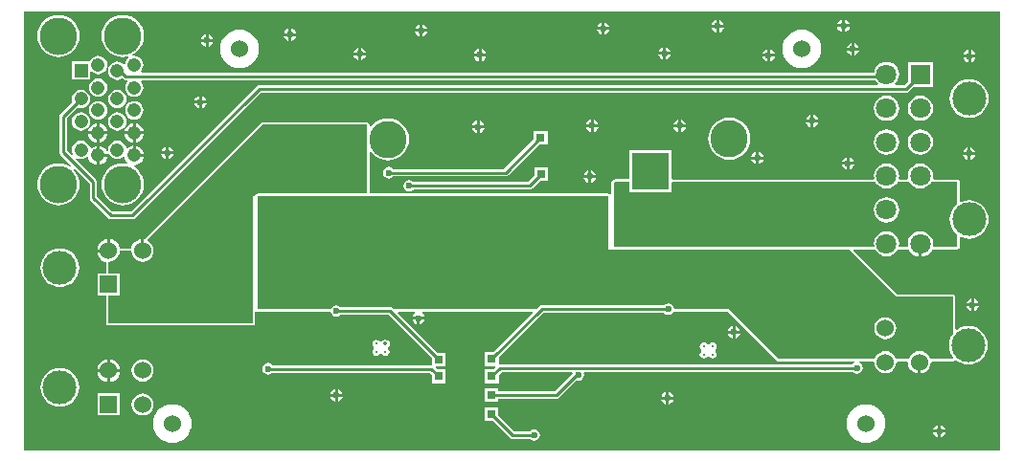
<source format=gtl>
G04*
G04 #@! TF.GenerationSoftware,Altium Limited,Altium Designer,20.1.14 (287)*
G04*
G04 Layer_Physical_Order=1*
G04 Layer_Color=255*
%FSLAX25Y25*%
%MOIN*%
G70*
G04*
G04 #@! TF.SameCoordinates,F3919BB7-7B28-4886-AACB-0E40FDAB0E15*
G04*
G04*
G04 #@! TF.FilePolarity,Positive*
G04*
G01*
G75*
%ADD14C,0.01000*%
%ADD18C,0.01181*%
%ADD19O,0.01575X0.01181*%
%ADD30R,0.03150X0.03150*%
%ADD31C,0.13000*%
%ADD32R,0.13000X0.13000*%
%ADD33C,0.06024*%
%ADD34C,0.04756*%
%ADD35C,0.07087*%
%ADD36R,0.06024X0.06024*%
%ADD37R,0.07087X0.07087*%
%ADD38R,0.04756X0.04756*%
%ADD39C,0.06000*%
%ADD40C,0.13055*%
%ADD41C,0.11811*%
%ADD42C,0.02362*%
G36*
X339400D02*
X0D01*
Y153000D01*
X339400D01*
Y0D01*
D02*
G37*
%LPC*%
G36*
X285523Y149980D02*
Y148356D01*
X287147D01*
X287078Y148707D01*
X286596Y149428D01*
X285874Y149910D01*
X285523Y149980D01*
D02*
G37*
G36*
X284523D02*
X284172Y149910D01*
X283451Y149428D01*
X282968Y148707D01*
X282899Y148356D01*
X284523D01*
Y149980D01*
D02*
G37*
G36*
X241725Y149800D02*
Y148176D01*
X243350D01*
X243280Y148527D01*
X242798Y149248D01*
X242076Y149730D01*
X241725Y149800D01*
D02*
G37*
G36*
X240725D02*
X240374Y149730D01*
X239653Y149248D01*
X239171Y148527D01*
X239101Y148176D01*
X240725D01*
Y149800D01*
D02*
G37*
G36*
X201911Y149075D02*
Y147451D01*
X203535D01*
X203465Y147802D01*
X202983Y148523D01*
X202262Y149005D01*
X201911Y149075D01*
D02*
G37*
G36*
X200911D02*
X200560Y149005D01*
X199838Y148523D01*
X199356Y147802D01*
X199286Y147451D01*
X200911D01*
Y149075D01*
D02*
G37*
G36*
X138568Y148351D02*
Y146727D01*
X140193D01*
X140123Y147078D01*
X139641Y147799D01*
X138919Y148281D01*
X138568Y148351D01*
D02*
G37*
G36*
X137568D02*
X137217Y148281D01*
X136496Y147799D01*
X136014Y147078D01*
X135944Y146727D01*
X137568D01*
Y148351D01*
D02*
G37*
G36*
X287147Y147356D02*
X285523D01*
Y145731D01*
X285874Y145801D01*
X286596Y146283D01*
X287078Y147005D01*
X287147Y147356D01*
D02*
G37*
G36*
X284523D02*
X282899D01*
X282968Y147005D01*
X283451Y146283D01*
X284172Y145801D01*
X284523Y145731D01*
Y147356D01*
D02*
G37*
G36*
X243350Y147176D02*
X241725D01*
Y145551D01*
X242076Y145621D01*
X242798Y146103D01*
X243280Y146825D01*
X243350Y147176D01*
D02*
G37*
G36*
X240725D02*
X239101D01*
X239171Y146825D01*
X239653Y146103D01*
X240374Y145621D01*
X240725Y145551D01*
Y147176D01*
D02*
G37*
G36*
X92962Y146904D02*
Y145279D01*
X94586D01*
X94516Y145630D01*
X94034Y146352D01*
X93313Y146834D01*
X92962Y146904D01*
D02*
G37*
G36*
X91962D02*
X91611Y146834D01*
X90889Y146352D01*
X90407Y145630D01*
X90337Y145279D01*
X91962D01*
Y146904D01*
D02*
G37*
G36*
X203535Y146451D02*
X201911D01*
Y144826D01*
X202262Y144896D01*
X202983Y145378D01*
X203465Y146100D01*
X203535Y146451D01*
D02*
G37*
G36*
X200911D02*
X199286D01*
X199356Y146100D01*
X199838Y145378D01*
X200560Y144896D01*
X200911Y144826D01*
Y146451D01*
D02*
G37*
G36*
X140193Y145727D02*
X138568D01*
Y144103D01*
X138919Y144172D01*
X139641Y144654D01*
X140123Y145376D01*
X140193Y145727D01*
D02*
G37*
G36*
X137568D02*
X135944D01*
X136014Y145376D01*
X136496Y144654D01*
X137217Y144172D01*
X137568Y144103D01*
Y145727D01*
D02*
G37*
G36*
X64052Y144888D02*
Y143264D01*
X65676D01*
X65606Y143615D01*
X65124Y144336D01*
X64403Y144818D01*
X64052Y144888D01*
D02*
G37*
G36*
X63052D02*
X62701Y144818D01*
X61979Y144336D01*
X61497Y143615D01*
X61427Y143264D01*
X63052D01*
Y144888D01*
D02*
G37*
G36*
X94586Y144279D02*
X92962D01*
Y142655D01*
X93313Y142725D01*
X94034Y143207D01*
X94516Y143928D01*
X94586Y144279D01*
D02*
G37*
G36*
X91962D02*
X90337D01*
X90407Y143928D01*
X90889Y143207D01*
X91611Y142725D01*
X91962Y142655D01*
Y144279D01*
D02*
G37*
G36*
X65676Y142264D02*
X64052D01*
Y140639D01*
X64403Y140709D01*
X65124Y141191D01*
X65606Y141913D01*
X65676Y142264D01*
D02*
G37*
G36*
X63052D02*
X61427D01*
X61497Y141913D01*
X61979Y141191D01*
X62701Y140709D01*
X63052Y140639D01*
Y142264D01*
D02*
G37*
G36*
X288761Y141888D02*
Y140264D01*
X290386D01*
X290316Y140615D01*
X289834Y141336D01*
X289112Y141818D01*
X288761Y141888D01*
D02*
G37*
G36*
X287761D02*
X287410Y141818D01*
X286689Y141336D01*
X286207Y140615D01*
X286137Y140264D01*
X287761D01*
Y141888D01*
D02*
G37*
G36*
X223266Y140388D02*
Y138764D01*
X224891D01*
X224821Y139115D01*
X224339Y139836D01*
X223617Y140318D01*
X223266Y140388D01*
D02*
G37*
G36*
X222266D02*
X221915Y140318D01*
X221194Y139836D01*
X220712Y139115D01*
X220642Y138764D01*
X222266D01*
Y140388D01*
D02*
G37*
G36*
X117213Y140207D02*
Y138583D01*
X118837D01*
X118767Y138934D01*
X118285Y139655D01*
X117564Y140137D01*
X117213Y140207D01*
D02*
G37*
G36*
X116213D02*
X115862Y140137D01*
X115140Y139655D01*
X114658Y138934D01*
X114588Y138583D01*
X116213D01*
Y140207D01*
D02*
G37*
G36*
X159019Y139845D02*
Y138221D01*
X160643D01*
X160573Y138572D01*
X160091Y139293D01*
X159370Y139776D01*
X159019Y139845D01*
D02*
G37*
G36*
X158019D02*
X157668Y139776D01*
X156946Y139293D01*
X156464Y138572D01*
X156394Y138221D01*
X158019D01*
Y139845D01*
D02*
G37*
G36*
X259462Y139664D02*
Y138040D01*
X261086D01*
X261017Y138391D01*
X260535Y139112D01*
X259813Y139594D01*
X259462Y139664D01*
D02*
G37*
G36*
X258462D02*
X258111Y139594D01*
X257389Y139112D01*
X256908Y138391D01*
X256838Y138040D01*
X258462D01*
Y139664D01*
D02*
G37*
G36*
X329347Y139443D02*
Y137819D01*
X330971D01*
X330902Y138170D01*
X330419Y138891D01*
X329698Y139373D01*
X329347Y139443D01*
D02*
G37*
G36*
X328347D02*
X327996Y139373D01*
X327274Y138891D01*
X326793Y138170D01*
X326723Y137819D01*
X328347D01*
Y139443D01*
D02*
G37*
G36*
X290386Y139264D02*
X288761D01*
Y137639D01*
X289112Y137709D01*
X289834Y138191D01*
X290316Y138913D01*
X290386Y139264D01*
D02*
G37*
G36*
X287761D02*
X286137D01*
X286207Y138913D01*
X286689Y138191D01*
X287410Y137709D01*
X287761Y137639D01*
Y139264D01*
D02*
G37*
G36*
X11846Y151665D02*
X10409Y151524D01*
X9027Y151105D01*
X7754Y150424D01*
X6637Y149508D01*
X5721Y148392D01*
X5040Y147118D01*
X4621Y145736D01*
X4480Y144299D01*
X4621Y142862D01*
X5040Y141480D01*
X5721Y140207D01*
X6637Y139091D01*
X7754Y138174D01*
X9027Y137494D01*
X10409Y137074D01*
X11846Y136933D01*
X13283Y137074D01*
X14665Y137494D01*
X15938Y138174D01*
X17055Y139091D01*
X17971Y140207D01*
X18651Y141480D01*
X19071Y142862D01*
X19212Y144299D01*
X19071Y145736D01*
X18651Y147118D01*
X17971Y148392D01*
X17055Y149508D01*
X15938Y150424D01*
X14665Y151105D01*
X13283Y151524D01*
X11846Y151665D01*
D02*
G37*
G36*
X224891Y137764D02*
X223266D01*
Y136139D01*
X223617Y136209D01*
X224339Y136691D01*
X224821Y137413D01*
X224891Y137764D01*
D02*
G37*
G36*
X222266D02*
X220642D01*
X220712Y137413D01*
X221194Y136691D01*
X221915Y136209D01*
X222266Y136139D01*
Y137764D01*
D02*
G37*
G36*
X118837Y137583D02*
X117213D01*
Y135958D01*
X117564Y136028D01*
X118285Y136510D01*
X118767Y137232D01*
X118837Y137583D01*
D02*
G37*
G36*
X116213D02*
X114588D01*
X114658Y137232D01*
X115140Y136510D01*
X115862Y136028D01*
X116213Y135958D01*
Y137583D01*
D02*
G37*
G36*
X160643Y137221D02*
X159019D01*
Y135597D01*
X159370Y135666D01*
X160091Y136148D01*
X160573Y136870D01*
X160643Y137221D01*
D02*
G37*
G36*
X158019D02*
X156394D01*
X156464Y136870D01*
X156946Y136148D01*
X157668Y135666D01*
X158019Y135597D01*
Y137221D01*
D02*
G37*
G36*
X261086Y137040D02*
X259462D01*
Y135415D01*
X259813Y135485D01*
X260535Y135967D01*
X261017Y136689D01*
X261086Y137040D01*
D02*
G37*
G36*
X258462D02*
X256838D01*
X256908Y136689D01*
X257389Y135967D01*
X258111Y135485D01*
X258462Y135415D01*
Y137040D01*
D02*
G37*
G36*
X330971Y136819D02*
X329347D01*
Y135194D01*
X329698Y135264D01*
X330419Y135746D01*
X330902Y136468D01*
X330971Y136819D01*
D02*
G37*
G36*
X328347D02*
X326723D01*
X326793Y136468D01*
X327274Y135746D01*
X327996Y135264D01*
X328347Y135194D01*
Y136819D01*
D02*
G37*
G36*
X34208Y151665D02*
X32771Y151524D01*
X31389Y151105D01*
X30116Y150424D01*
X29000Y149508D01*
X28083Y148392D01*
X27403Y147118D01*
X26983Y145736D01*
X26842Y144299D01*
X26983Y142862D01*
X27403Y141480D01*
X28083Y140207D01*
X29000Y139091D01*
X30116Y138174D01*
X31389Y137494D01*
X32771Y137074D01*
X34208Y136933D01*
X35645Y137074D01*
X36146Y137226D01*
X36378Y136774D01*
X35955Y136450D01*
X35445Y135785D01*
X35125Y135011D01*
X35079Y134662D01*
X34713Y134528D01*
X34554Y134507D01*
X33923Y134991D01*
X33149Y135312D01*
X32318Y135421D01*
X31488Y135312D01*
X30714Y134991D01*
X30050Y134481D01*
X29540Y133817D01*
X29219Y133043D01*
X29110Y132212D01*
X29219Y131382D01*
X29540Y130608D01*
X30050Y129944D01*
X30714Y129434D01*
X31488Y129113D01*
X32318Y129004D01*
X33149Y129113D01*
X33923Y129434D01*
X34099Y129569D01*
X34305Y129364D01*
X34736Y129076D01*
X35244Y128974D01*
X35722D01*
X35877Y128474D01*
X35445Y127911D01*
X35125Y127137D01*
X35015Y126307D01*
X35125Y125477D01*
X35445Y124703D01*
X35955Y124038D01*
X36620Y123528D01*
X37394Y123208D01*
X38224Y123099D01*
X39054Y123208D01*
X39828Y123528D01*
X40493Y124038D01*
X41003Y124703D01*
X41323Y125477D01*
X41432Y126307D01*
X41323Y127137D01*
X41003Y127911D01*
X40571Y128474D01*
X40726Y128974D01*
X296105D01*
X296201Y128742D01*
X296898Y127834D01*
X297082Y127693D01*
X296921Y127219D01*
X81771D01*
X81262Y127118D01*
X80831Y126830D01*
X37090Y83089D01*
X30600D01*
X25339Y88350D01*
Y93390D01*
X25238Y93898D01*
X24949Y94330D01*
X17767Y101512D01*
X18097Y101889D01*
X18116Y101875D01*
X18890Y101554D01*
X19720Y101445D01*
X20550Y101554D01*
X21324Y101875D01*
X21775Y102221D01*
X22307Y102012D01*
X22334Y101803D01*
X22675Y100981D01*
X23216Y100276D01*
X23922Y99734D01*
X24744Y99394D01*
X25126Y99344D01*
Y102685D01*
Y106026D01*
X24744Y105976D01*
X23922Y105636D01*
X23360Y105205D01*
X22836Y105359D01*
X22819Y105484D01*
X22499Y106258D01*
X21989Y106922D01*
X21324Y107432D01*
X20550Y107753D01*
X19720Y107862D01*
X18890Y107753D01*
X18116Y107432D01*
X17451Y106922D01*
X16941Y106258D01*
X16621Y105484D01*
X16511Y104654D01*
X16621Y103823D01*
X16941Y103049D01*
X16956Y103031D01*
X16579Y102700D01*
X14849Y104430D01*
Y115620D01*
X18614Y119385D01*
X18890Y119271D01*
X19720Y119161D01*
X20550Y119271D01*
X21324Y119591D01*
X21989Y120101D01*
X22499Y120766D01*
X22819Y121540D01*
X22929Y122370D01*
X22819Y123200D01*
X22499Y123974D01*
X21989Y124639D01*
X21324Y125149D01*
X20550Y125469D01*
X19720Y125578D01*
X18890Y125469D01*
X18116Y125149D01*
X17451Y124639D01*
X16941Y123974D01*
X16621Y123200D01*
X16511Y122370D01*
X16621Y121540D01*
X16735Y121264D01*
X12581Y117110D01*
X12292Y116679D01*
X12191Y116170D01*
Y103880D01*
X12292Y103372D01*
X12581Y102940D01*
X17300Y98221D01*
X16964Y97850D01*
X16771Y98008D01*
X15938Y98692D01*
X14665Y99372D01*
X13283Y99792D01*
X11846Y99933D01*
X10409Y99792D01*
X9027Y99372D01*
X7754Y98692D01*
X6637Y97776D01*
X5721Y96659D01*
X5040Y95386D01*
X4621Y94004D01*
X4480Y92567D01*
X4621Y91130D01*
X5040Y89748D01*
X5721Y88474D01*
X6637Y87358D01*
X7754Y86442D01*
X9027Y85761D01*
X10409Y85342D01*
X11846Y85201D01*
X13283Y85342D01*
X14665Y85761D01*
X15938Y86442D01*
X17055Y87358D01*
X17971Y88474D01*
X18651Y89748D01*
X19071Y91130D01*
X19212Y92567D01*
X19071Y94004D01*
X18651Y95386D01*
X17971Y96659D01*
X17287Y97492D01*
X17129Y97684D01*
X17500Y98021D01*
X22681Y92840D01*
Y87800D01*
X22783Y87292D01*
X23070Y86861D01*
X29111Y80821D01*
X29542Y80532D01*
X30050Y80431D01*
X37640D01*
X38148Y80532D01*
X38579Y80821D01*
X82321Y124562D01*
X306766D01*
X307274Y124663D01*
X307705Y124951D01*
X309342Y126588D01*
X316155D01*
Y135281D01*
X307462D01*
Y128467D01*
X306215Y127219D01*
X303075D01*
X302914Y127693D01*
X303098Y127834D01*
X303795Y128742D01*
X304233Y129799D01*
X304382Y130934D01*
X304233Y132069D01*
X303795Y133126D01*
X303098Y134034D01*
X302190Y134731D01*
X301132Y135169D01*
X299998Y135318D01*
X298863Y135169D01*
X297806Y134731D01*
X296898Y134034D01*
X296201Y133126D01*
X295763Y132069D01*
X295706Y131632D01*
X40908D01*
X40661Y132132D01*
X41003Y132577D01*
X41323Y133351D01*
X41432Y134181D01*
X41323Y135011D01*
X41003Y135785D01*
X40493Y136450D01*
X39828Y136960D01*
X39054Y137280D01*
X38224Y137390D01*
X37785Y137332D01*
X37629Y137816D01*
X38301Y138174D01*
X39417Y139091D01*
X40333Y140207D01*
X41014Y141480D01*
X41433Y142862D01*
X41574Y144299D01*
X41433Y145736D01*
X41014Y147118D01*
X40333Y148392D01*
X39417Y149508D01*
X38301Y150424D01*
X37027Y151105D01*
X35645Y151524D01*
X34208Y151665D01*
D02*
G37*
G36*
X270530Y146505D02*
X269215Y146375D01*
X267950Y145992D01*
X266785Y145369D01*
X265763Y144530D01*
X264925Y143509D01*
X264302Y142343D01*
X263918Y141079D01*
X263789Y139764D01*
X263918Y138449D01*
X264302Y137184D01*
X264925Y136019D01*
X265763Y134997D01*
X266785Y134159D01*
X267950Y133536D01*
X269215Y133152D01*
X270530Y133023D01*
X271845Y133152D01*
X273110Y133536D01*
X274275Y134159D01*
X275297Y134997D01*
X276135Y136019D01*
X276758Y137184D01*
X277142Y138449D01*
X277271Y139764D01*
X277142Y141079D01*
X276758Y142343D01*
X276135Y143509D01*
X275297Y144530D01*
X274275Y145369D01*
X273110Y145992D01*
X271845Y146375D01*
X270530Y146505D01*
D02*
G37*
G36*
X74803D02*
X73488Y146375D01*
X72223Y145992D01*
X71058Y145369D01*
X70037Y144530D01*
X69198Y143509D01*
X68575Y142343D01*
X68192Y141079D01*
X68062Y139764D01*
X68192Y138449D01*
X68575Y137184D01*
X69198Y136019D01*
X70037Y134997D01*
X71058Y134159D01*
X72223Y133536D01*
X73488Y133152D01*
X74803Y133023D01*
X76118Y133152D01*
X77383Y133536D01*
X78548Y134159D01*
X79570Y134997D01*
X80408Y136019D01*
X81031Y137184D01*
X81415Y138449D01*
X81544Y139764D01*
X81415Y141079D01*
X81031Y142343D01*
X80408Y143509D01*
X79570Y144530D01*
X78548Y145369D01*
X77383Y145992D01*
X76118Y146375D01*
X74803Y146505D01*
D02*
G37*
G36*
X25626Y137390D02*
X24795Y137280D01*
X24021Y136960D01*
X23357Y136450D01*
X22847Y135785D01*
X22685Y135394D01*
X16539D01*
Y129031D01*
X22901D01*
Y131758D01*
X23045Y131807D01*
X23401Y131878D01*
X24021Y131402D01*
X24795Y131082D01*
X25626Y130973D01*
X26456Y131082D01*
X27230Y131402D01*
X27894Y131912D01*
X28404Y132577D01*
X28725Y133351D01*
X28834Y134181D01*
X28725Y135011D01*
X28404Y135785D01*
X27894Y136450D01*
X27230Y136960D01*
X26456Y137280D01*
X25626Y137390D01*
D02*
G37*
G36*
Y129516D02*
X24795Y129406D01*
X24021Y129086D01*
X23357Y128576D01*
X22847Y127911D01*
X22526Y127137D01*
X22417Y126307D01*
X22526Y125477D01*
X22847Y124703D01*
X23357Y124038D01*
X24021Y123528D01*
X24795Y123208D01*
X25626Y123099D01*
X26456Y123208D01*
X27230Y123528D01*
X27894Y124038D01*
X28404Y124703D01*
X28725Y125477D01*
X28834Y126307D01*
X28725Y127137D01*
X28404Y127911D01*
X27894Y128576D01*
X27230Y129086D01*
X26456Y129406D01*
X25626Y129516D01*
D02*
G37*
G36*
X61733Y123394D02*
Y121770D01*
X63358D01*
X63288Y122121D01*
X62806Y122843D01*
X62084Y123325D01*
X61733Y123394D01*
D02*
G37*
G36*
X60733D02*
X60382Y123325D01*
X59661Y122843D01*
X59179Y122121D01*
X59109Y121770D01*
X60733D01*
Y123394D01*
D02*
G37*
G36*
X32318Y125578D02*
X31488Y125469D01*
X30714Y125149D01*
X30050Y124639D01*
X29540Y123974D01*
X29219Y123200D01*
X29110Y122370D01*
X29219Y121540D01*
X29540Y120766D01*
X30050Y120101D01*
X30714Y119591D01*
X31488Y119271D01*
X32318Y119161D01*
X33149Y119271D01*
X33923Y119591D01*
X34587Y120101D01*
X35097Y120766D01*
X35418Y121540D01*
X35527Y122370D01*
X35418Y123200D01*
X35097Y123974D01*
X34587Y124639D01*
X33923Y125149D01*
X33149Y125469D01*
X32318Y125578D01*
D02*
G37*
G36*
X63358Y120770D02*
X61733D01*
Y119146D01*
X62084Y119216D01*
X62806Y119697D01*
X63288Y120419D01*
X63358Y120770D01*
D02*
G37*
G36*
X60733D02*
X59109D01*
X59179Y120419D01*
X59661Y119697D01*
X60382Y119216D01*
X60733Y119146D01*
Y120770D01*
D02*
G37*
G36*
X328738Y129211D02*
X327423Y129081D01*
X326158Y128697D01*
X324993Y128075D01*
X323971Y127236D01*
X323133Y126215D01*
X322510Y125049D01*
X322126Y123785D01*
X321997Y122469D01*
X322126Y121154D01*
X322510Y119890D01*
X323133Y118724D01*
X323971Y117703D01*
X324993Y116864D01*
X326158Y116242D01*
X327423Y115858D01*
X328738Y115728D01*
X330053Y115858D01*
X331318Y116242D01*
X332483Y116864D01*
X333505Y117703D01*
X334343Y118724D01*
X334966Y119890D01*
X335350Y121154D01*
X335479Y122469D01*
X335350Y123785D01*
X334966Y125049D01*
X334343Y126215D01*
X333505Y127236D01*
X332483Y128075D01*
X331318Y128697D01*
X330053Y129081D01*
X328738Y129211D01*
D02*
G37*
G36*
X38224Y121642D02*
X37394Y121532D01*
X36620Y121212D01*
X35955Y120702D01*
X35445Y120037D01*
X35125Y119263D01*
X35015Y118433D01*
X35125Y117603D01*
X35445Y116829D01*
X35955Y116164D01*
X36620Y115654D01*
X37394Y115334D01*
X38224Y115224D01*
X39054Y115334D01*
X39828Y115654D01*
X40493Y116164D01*
X41003Y116829D01*
X41323Y117603D01*
X41432Y118433D01*
X41323Y119263D01*
X41003Y120037D01*
X40493Y120702D01*
X39828Y121212D01*
X39054Y121532D01*
X38224Y121642D01*
D02*
G37*
G36*
X25626D02*
X24795Y121532D01*
X24021Y121212D01*
X23357Y120702D01*
X22847Y120037D01*
X22526Y119263D01*
X22417Y118433D01*
X22526Y117603D01*
X22847Y116829D01*
X23357Y116164D01*
X24021Y115654D01*
X24795Y115334D01*
X25626Y115224D01*
X26456Y115334D01*
X27230Y115654D01*
X27894Y116164D01*
X28404Y116829D01*
X28725Y117603D01*
X28834Y118433D01*
X28725Y119263D01*
X28404Y120037D01*
X27894Y120702D01*
X27230Y121212D01*
X26456Y121532D01*
X25626Y121642D01*
D02*
G37*
G36*
X274618Y116811D02*
Y115186D01*
X276242D01*
X276172Y115537D01*
X275690Y116259D01*
X274969Y116741D01*
X274618Y116811D01*
D02*
G37*
G36*
X273618D02*
X273267Y116741D01*
X272545Y116259D01*
X272063Y115537D01*
X271993Y115186D01*
X273618D01*
Y116811D01*
D02*
G37*
G36*
X311809Y123507D02*
X310674Y123358D01*
X309617Y122920D01*
X308709Y122223D01*
X308012Y121315D01*
X307574Y120258D01*
X307425Y119123D01*
X307574Y117988D01*
X308012Y116931D01*
X308709Y116023D01*
X309617Y115326D01*
X310674Y114888D01*
X311809Y114739D01*
X312944Y114888D01*
X314001Y115326D01*
X314909Y116023D01*
X315605Y116931D01*
X316043Y117988D01*
X316193Y119123D01*
X316043Y120258D01*
X315605Y121315D01*
X314909Y122223D01*
X314001Y122920D01*
X312944Y123358D01*
X311809Y123507D01*
D02*
G37*
G36*
X299998D02*
X298863Y123358D01*
X297806Y122920D01*
X296898Y122223D01*
X296201Y121315D01*
X295763Y120258D01*
X295614Y119123D01*
X295763Y117988D01*
X296201Y116931D01*
X296898Y116023D01*
X297806Y115326D01*
X298863Y114888D01*
X299998Y114739D01*
X301132Y114888D01*
X302190Y115326D01*
X303098Y116023D01*
X303795Y116931D01*
X304233Y117988D01*
X304382Y119123D01*
X304233Y120258D01*
X303795Y121315D01*
X303098Y122223D01*
X302190Y122920D01*
X301132Y123358D01*
X299998Y123507D01*
D02*
G37*
G36*
X228529Y115165D02*
Y113540D01*
X230154D01*
X230084Y113891D01*
X229602Y114613D01*
X228880Y115095D01*
X228529Y115165D01*
D02*
G37*
G36*
X227529D02*
X227178Y115095D01*
X226457Y114613D01*
X225975Y113891D01*
X225905Y113540D01*
X227529D01*
Y115165D01*
D02*
G37*
G36*
X198078D02*
Y113540D01*
X199703D01*
X199633Y113891D01*
X199151Y114613D01*
X198429Y115095D01*
X198078Y115165D01*
D02*
G37*
G36*
X197078D02*
X196727Y115095D01*
X196006Y114613D01*
X195524Y113891D01*
X195454Y113540D01*
X197078D01*
Y115165D01*
D02*
G37*
G36*
X158400Y114744D02*
Y113120D01*
X160024D01*
X159955Y113471D01*
X159473Y114193D01*
X158751Y114675D01*
X158400Y114744D01*
D02*
G37*
G36*
X157400D02*
X157049Y114675D01*
X156327Y114193D01*
X155845Y113471D01*
X155776Y113120D01*
X157400D01*
Y114744D01*
D02*
G37*
G36*
X276242Y114186D02*
X274618D01*
Y112562D01*
X274969Y112632D01*
X275690Y113114D01*
X276172Y113835D01*
X276242Y114186D01*
D02*
G37*
G36*
X273618D02*
X271993D01*
X272063Y113835D01*
X272545Y113114D01*
X273267Y112632D01*
X273618Y112562D01*
Y114186D01*
D02*
G37*
G36*
X126490Y115609D02*
X125058Y115468D01*
X123682Y115050D01*
X122413Y114372D01*
X121301Y113459D01*
X120529Y112518D01*
X120029Y112697D01*
Y113380D01*
X119967Y113693D01*
X119789Y113959D01*
X119523Y114137D01*
X119210Y114199D01*
X82790Y114199D01*
X82477Y114137D01*
X82211Y113959D01*
X82211Y113959D01*
X42218Y73966D01*
X42173Y73899D01*
X42116Y73842D01*
X42085Y73767D01*
X42040Y73700D01*
X42024Y73621D01*
X41994Y73546D01*
X41649Y73508D01*
Y69490D01*
X40649D01*
Y73471D01*
X40102Y73399D01*
X39126Y72994D01*
X38288Y72351D01*
X37645Y71513D01*
X37240Y70537D01*
X37210Y70309D01*
X33277D01*
X33247Y70537D01*
X32842Y71513D01*
X32199Y72351D01*
X31361Y72994D01*
X30385Y73399D01*
X29838Y73471D01*
Y69490D01*
X29338D01*
Y68990D01*
X25357D01*
X25429Y68443D01*
X25834Y67467D01*
X26477Y66629D01*
X27315Y65986D01*
X28291Y65581D01*
X28519Y65551D01*
Y61494D01*
X25523D01*
Y53864D01*
X28411D01*
Y44210D01*
X28473Y43897D01*
X28651Y43631D01*
X28917Y43453D01*
X29230Y43391D01*
X79410D01*
X79723Y43453D01*
X79989Y43631D01*
X80167Y43897D01*
X80229Y44210D01*
Y48115D01*
X80729Y48382D01*
X80757Y48364D01*
X81070Y48301D01*
X106579D01*
X106701Y47686D01*
X107139Y47029D01*
X107796Y46591D01*
X108570Y46437D01*
X109344Y46591D01*
X110001Y47029D01*
X110069Y47131D01*
X126787D01*
X141819Y32099D01*
Y29800D01*
X141647Y29659D01*
X86299D01*
X86231Y29761D01*
X85574Y30199D01*
X84800Y30353D01*
X84026Y30199D01*
X83369Y29761D01*
X82931Y29104D01*
X82777Y28330D01*
X82931Y27556D01*
X83369Y26899D01*
X84026Y26461D01*
X84800Y26307D01*
X85574Y26461D01*
X86231Y26899D01*
X86299Y27001D01*
X141097D01*
X141899Y26199D01*
Y23322D01*
X146655D01*
Y28078D01*
X143778D01*
X143096Y28760D01*
X143288Y29222D01*
X146575D01*
Y33978D01*
X143698D01*
X129837Y47839D01*
X130028Y48301D01*
X135803D01*
X135955Y47801D01*
X135567Y47543D01*
X135085Y46821D01*
X135016Y46470D01*
X139264D01*
X139195Y46821D01*
X138713Y47543D01*
X138325Y47801D01*
X138477Y48301D01*
X176732D01*
X176923Y47839D01*
X163172Y34088D01*
X160295D01*
Y29332D01*
X163783D01*
X163974Y28870D01*
X163172Y28068D01*
X160295D01*
Y23312D01*
X165051D01*
Y26189D01*
X166133Y27271D01*
X190600D01*
X190802Y26960D01*
X190832Y26771D01*
X184500Y20439D01*
X164941D01*
Y21488D01*
X160185D01*
Y16732D01*
X164941D01*
Y17781D01*
X185050D01*
X185558Y17883D01*
X185989Y18170D01*
X192054Y24235D01*
X192770Y24093D01*
X193544Y24247D01*
X194201Y24685D01*
X194639Y25341D01*
X194793Y26116D01*
X194663Y26771D01*
X194940Y27271D01*
X288271D01*
X288339Y27169D01*
X288996Y26731D01*
X289770Y26577D01*
X290544Y26731D01*
X291201Y27169D01*
X291639Y27826D01*
X291793Y28600D01*
X291639Y29374D01*
X291201Y30031D01*
X290616Y30421D01*
X290630Y30720D01*
X290699Y30921D01*
X295546D01*
X295771Y30664D01*
X295902Y29668D01*
X296287Y28740D01*
X296898Y27943D01*
X297695Y27332D01*
X298623Y26947D01*
X299619Y26816D01*
X300615Y26947D01*
X301543Y27332D01*
X302340Y27943D01*
X302952Y28740D01*
X303336Y29668D01*
X303467Y30664D01*
X303693Y30921D01*
X307158D01*
X307384Y30664D01*
X307522Y29617D01*
X307926Y28641D01*
X308569Y27803D01*
X309407Y27160D01*
X310383Y26755D01*
X310930Y26683D01*
Y30664D01*
X311930D01*
Y26683D01*
X312477Y26755D01*
X313453Y27160D01*
X314291Y27803D01*
X314934Y28641D01*
X315339Y29617D01*
X315477Y30664D01*
X315702Y30921D01*
X323080D01*
X323393Y30983D01*
X323659Y31161D01*
X323661Y31164D01*
X324283Y31301D01*
X324693Y30964D01*
X325858Y30342D01*
X327123Y29958D01*
X328438Y29828D01*
X329753Y29958D01*
X331018Y30342D01*
X332183Y30964D01*
X333205Y31803D01*
X334043Y32824D01*
X334666Y33990D01*
X335050Y35254D01*
X335179Y36569D01*
X335050Y37885D01*
X334666Y39149D01*
X334043Y40315D01*
X333205Y41336D01*
X332183Y42175D01*
X331018Y42797D01*
X329753Y43181D01*
X328438Y43311D01*
X327123Y43181D01*
X325858Y42797D01*
X324693Y42175D01*
X324351Y41894D01*
X323899Y42108D01*
X323899Y53520D01*
X323836Y53833D01*
X323659Y54099D01*
X323393Y54277D01*
X323080Y54339D01*
X303639D01*
X288439Y69539D01*
X288630Y70001D01*
X295374D01*
X295401Y70006D01*
X295428Y70003D01*
X295557Y70037D01*
X295688Y70063D01*
X295907Y69966D01*
X296148Y69798D01*
X296163Y69780D01*
X296201Y69687D01*
X296898Y68779D01*
X297806Y68082D01*
X298863Y67644D01*
X299998Y67495D01*
X301132Y67644D01*
X302190Y68082D01*
X303098Y68779D01*
X303795Y69687D01*
X303833Y69780D01*
X303848Y69798D01*
X304088Y69966D01*
X304308Y70063D01*
X304439Y70037D01*
X304568Y70003D01*
X304595Y70006D01*
X304622Y70001D01*
X307185D01*
X307212Y70006D01*
X307239Y70003D01*
X307368Y70037D01*
X307499Y70063D01*
X307805Y69672D01*
X307840Y69588D01*
X308569Y68639D01*
X309518Y67910D01*
X310623Y67453D01*
X311309Y67362D01*
Y71879D01*
X312309D01*
Y67362D01*
X312995Y67453D01*
X314100Y67910D01*
X315049Y68639D01*
X315777Y69588D01*
X315812Y69672D01*
X316119Y70063D01*
X316250Y70037D01*
X316379Y70003D01*
X316406Y70006D01*
X316433Y70001D01*
X324590D01*
X324903Y70063D01*
X325169Y70241D01*
X325346Y70507D01*
X325409Y70820D01*
Y74030D01*
X325838Y74287D01*
X326158Y74116D01*
X327423Y73732D01*
X328738Y73602D01*
X330053Y73732D01*
X331318Y74116D01*
X332483Y74738D01*
X333505Y75577D01*
X334343Y76598D01*
X334966Y77764D01*
X335350Y79028D01*
X335479Y80344D01*
X335350Y81659D01*
X334966Y82923D01*
X334343Y84089D01*
X333505Y85110D01*
X332483Y85948D01*
X331318Y86571D01*
X330053Y86955D01*
X328738Y87085D01*
X327423Y86955D01*
X326158Y86571D01*
X325838Y86400D01*
X325409Y86657D01*
Y93468D01*
X325378Y93626D01*
X325347Y93781D01*
X325347Y93782D01*
X325346Y93782D01*
X325253Y93922D01*
X325169Y94047D01*
X325169Y94047D01*
X325169Y94047D01*
X325028Y94141D01*
X324904Y94225D01*
X324903Y94225D01*
X324903Y94225D01*
X324746Y94256D01*
X324590Y94287D01*
X316534Y94291D01*
X316100Y94792D01*
X316193Y95501D01*
X316043Y96636D01*
X315605Y97693D01*
X314909Y98601D01*
X314001Y99298D01*
X312944Y99735D01*
X311809Y99885D01*
X310674Y99735D01*
X309617Y99298D01*
X308709Y98601D01*
X308012Y97693D01*
X307574Y96636D01*
X307425Y95501D01*
X307518Y94796D01*
X307081Y94296D01*
X304726Y94297D01*
X304289Y94798D01*
X304382Y95501D01*
X304233Y96636D01*
X303795Y97693D01*
X303098Y98601D01*
X302190Y99298D01*
X301132Y99735D01*
X299998Y99885D01*
X298863Y99735D01*
X297806Y99298D01*
X296898Y98601D01*
X296201Y97693D01*
X295763Y96636D01*
X295614Y95501D01*
X295706Y94802D01*
X295267Y94302D01*
X225539Y94338D01*
X225538Y94339D01*
X225210Y94712D01*
X225185Y94777D01*
Y104438D01*
X210579D01*
Y94699D01*
X210225Y94346D01*
X205414Y94348D01*
X205414Y94348D01*
X205414Y94348D01*
X205238Y94313D01*
X205101Y94286D01*
X205101Y94286D01*
X205100Y94286D01*
X204975Y94202D01*
X204835Y94109D01*
X204835Y94108D01*
X204835Y94108D01*
X204481Y93755D01*
X204481Y93755D01*
X204481Y93755D01*
X204390Y93619D01*
X204304Y93489D01*
X204304Y93489D01*
X204303Y93489D01*
X204276Y93352D01*
X204241Y93176D01*
X204241Y93176D01*
X204241Y93176D01*
Y89188D01*
X203741Y89036D01*
X203659Y89159D01*
X203393Y89337D01*
X203080Y89399D01*
X120029Y89399D01*
X120029Y103843D01*
X120529Y104022D01*
X121301Y103081D01*
X122413Y102168D01*
X123682Y101490D01*
X125058Y101073D01*
X126490Y100932D01*
X127922Y101073D01*
X129298Y101490D01*
X130567Y102168D01*
X131679Y103081D01*
X132592Y104193D01*
X133270Y105462D01*
X133687Y106838D01*
X133828Y108270D01*
X133687Y109702D01*
X133270Y111078D01*
X132592Y112347D01*
X131679Y113459D01*
X130567Y114372D01*
X129298Y115050D01*
X127922Y115468D01*
X126490Y115609D01*
D02*
G37*
G36*
X32318Y117704D02*
X31488Y117595D01*
X30714Y117275D01*
X30050Y116765D01*
X29540Y116100D01*
X29219Y115326D01*
X29110Y114496D01*
X29219Y113666D01*
X29540Y112892D01*
X30050Y112227D01*
X30714Y111717D01*
X31488Y111397D01*
X32318Y111287D01*
X33149Y111397D01*
X33923Y111717D01*
X34587Y112227D01*
X35097Y112892D01*
X35418Y113666D01*
X35527Y114496D01*
X35418Y115326D01*
X35097Y116100D01*
X34587Y116765D01*
X33923Y117275D01*
X33149Y117595D01*
X32318Y117704D01*
D02*
G37*
G36*
X19720D02*
X18890Y117595D01*
X18116Y117275D01*
X17451Y116765D01*
X16941Y116100D01*
X16621Y115326D01*
X16511Y114496D01*
X16621Y113666D01*
X16941Y112892D01*
X17451Y112227D01*
X18116Y111717D01*
X18890Y111397D01*
X19720Y111287D01*
X20550Y111397D01*
X21324Y111717D01*
X21989Y112227D01*
X22499Y112892D01*
X22819Y113666D01*
X22929Y114496D01*
X22819Y115326D01*
X22499Y116100D01*
X21989Y116765D01*
X21324Y117275D01*
X20550Y117595D01*
X19720Y117704D01*
D02*
G37*
G36*
X38724Y113900D02*
Y111059D01*
X41565D01*
X41515Y111441D01*
X41175Y112262D01*
X40633Y112968D01*
X39928Y113510D01*
X39106Y113850D01*
X38724Y113900D01*
D02*
G37*
G36*
X26125D02*
Y111059D01*
X28967D01*
X28916Y111441D01*
X28576Y112262D01*
X28035Y112968D01*
X27329Y113510D01*
X26507Y113850D01*
X26125Y113900D01*
D02*
G37*
G36*
X37724D02*
X37342Y113850D01*
X36520Y113510D01*
X35815Y112968D01*
X35273Y112262D01*
X34933Y111441D01*
X34883Y111059D01*
X37724D01*
Y113900D01*
D02*
G37*
G36*
X25126D02*
X24744Y113850D01*
X23922Y113510D01*
X23216Y112968D01*
X22675Y112262D01*
X22334Y111441D01*
X22284Y111059D01*
X25126D01*
Y113900D01*
D02*
G37*
G36*
X230154Y112540D02*
X228529D01*
Y110916D01*
X228880Y110986D01*
X229602Y111468D01*
X230084Y112189D01*
X230154Y112540D01*
D02*
G37*
G36*
X227529D02*
X225905D01*
X225975Y112189D01*
X226457Y111468D01*
X227178Y110986D01*
X227529Y110916D01*
Y112540D01*
D02*
G37*
G36*
X199703D02*
X198078D01*
Y110916D01*
X198429Y110986D01*
X199151Y111468D01*
X199633Y112189D01*
X199703Y112540D01*
D02*
G37*
G36*
X197078D02*
X195454D01*
X195524Y112189D01*
X196006Y111468D01*
X196727Y110986D01*
X197078Y110916D01*
Y112540D01*
D02*
G37*
G36*
X160024Y112120D02*
X158400D01*
Y110496D01*
X158751Y110566D01*
X159473Y111048D01*
X159955Y111769D01*
X160024Y112120D01*
D02*
G37*
G36*
X157400D02*
X155776D01*
X155845Y111769D01*
X156327Y111048D01*
X157049Y110566D01*
X157400Y110496D01*
Y112120D01*
D02*
G37*
G36*
X41565Y110059D02*
X38724D01*
Y107218D01*
X39106Y107268D01*
X39928Y107608D01*
X40633Y108150D01*
X41175Y108855D01*
X41515Y109677D01*
X41565Y110059D01*
D02*
G37*
G36*
X28967D02*
X26125D01*
Y107218D01*
X26507Y107268D01*
X27329Y107608D01*
X28035Y108150D01*
X28576Y108855D01*
X28916Y109677D01*
X28967Y110059D01*
D02*
G37*
G36*
X37724D02*
X34883D01*
X34933Y109677D01*
X35273Y108855D01*
X35815Y108150D01*
X36520Y107608D01*
X37342Y107268D01*
X37724Y107218D01*
Y110059D01*
D02*
G37*
G36*
X25126D02*
X22284D01*
X22334Y109677D01*
X22675Y108855D01*
X23216Y108150D01*
X23922Y107608D01*
X24744Y107268D01*
X25126Y107218D01*
Y110059D01*
D02*
G37*
G36*
X32318Y107862D02*
X31488Y107753D01*
X30714Y107432D01*
X30050Y106922D01*
X29540Y106258D01*
X29219Y105484D01*
X29110Y104654D01*
X29158Y104291D01*
X28670Y104161D01*
X28576Y104388D01*
X28035Y105094D01*
X27329Y105636D01*
X26507Y105976D01*
X26125Y106026D01*
Y103185D01*
X29302D01*
X29465Y103229D01*
X29540Y103049D01*
X30050Y102385D01*
X30714Y101875D01*
X31488Y101554D01*
X32318Y101445D01*
X33149Y101554D01*
X33923Y101875D01*
X34374Y102221D01*
X34905Y102012D01*
X34933Y101803D01*
X35273Y100981D01*
X35815Y100276D01*
X35843Y100254D01*
X35645Y99792D01*
X34208Y99933D01*
X32771Y99792D01*
X31389Y99372D01*
X30116Y98692D01*
X29000Y97776D01*
X28083Y96659D01*
X27403Y95386D01*
X26983Y94004D01*
X26842Y92567D01*
X26983Y91130D01*
X27403Y89748D01*
X28083Y88474D01*
X29000Y87358D01*
X30116Y86442D01*
X31389Y85761D01*
X32771Y85342D01*
X34208Y85201D01*
X35645Y85342D01*
X37027Y85761D01*
X38301Y86442D01*
X39417Y87358D01*
X40333Y88474D01*
X41014Y89748D01*
X41433Y91130D01*
X41574Y92567D01*
X41433Y94004D01*
X41014Y95386D01*
X40333Y96659D01*
X39417Y97776D01*
X38301Y98692D01*
X38198Y98747D01*
X38228Y99241D01*
X38256Y99282D01*
X39106Y99394D01*
X39928Y99734D01*
X40633Y100276D01*
X41175Y100981D01*
X41515Y101803D01*
X41565Y102185D01*
X38224D01*
Y102685D01*
X37724D01*
Y106026D01*
X37342Y105976D01*
X36520Y105636D01*
X35959Y105205D01*
X35434Y105359D01*
X35418Y105484D01*
X35097Y106258D01*
X34587Y106922D01*
X33923Y107432D01*
X33149Y107753D01*
X32318Y107862D01*
D02*
G37*
G36*
X50246Y105701D02*
Y104077D01*
X51870D01*
X51801Y104428D01*
X51319Y105149D01*
X50597Y105631D01*
X50246Y105701D01*
D02*
G37*
G36*
X49246D02*
X48895Y105631D01*
X48173Y105149D01*
X47691Y104428D01*
X47622Y104077D01*
X49246D01*
Y105701D01*
D02*
G37*
G36*
X329238Y105499D02*
Y103875D01*
X330862D01*
X330793Y104226D01*
X330311Y104947D01*
X329589Y105429D01*
X329238Y105499D01*
D02*
G37*
G36*
X328238D02*
X327887Y105429D01*
X327166Y104947D01*
X326683Y104226D01*
X326614Y103875D01*
X328238D01*
Y105499D01*
D02*
G37*
G36*
X38724Y106026D02*
Y103185D01*
X41565D01*
X41515Y103567D01*
X41175Y104388D01*
X40633Y105094D01*
X39928Y105636D01*
X39106Y105976D01*
X38724Y106026D01*
D02*
G37*
G36*
X311809Y111696D02*
X310674Y111547D01*
X309617Y111109D01*
X308709Y110412D01*
X308012Y109504D01*
X307574Y108447D01*
X307425Y107312D01*
X307574Y106177D01*
X308012Y105120D01*
X308709Y104212D01*
X309617Y103515D01*
X310674Y103077D01*
X311809Y102928D01*
X312944Y103077D01*
X314001Y103515D01*
X314909Y104212D01*
X315605Y105120D01*
X316043Y106177D01*
X316193Y107312D01*
X316043Y108447D01*
X315605Y109504D01*
X314909Y110412D01*
X314001Y111109D01*
X312944Y111547D01*
X311809Y111696D01*
D02*
G37*
G36*
X299998D02*
X298863Y111547D01*
X297806Y111109D01*
X296898Y110412D01*
X296201Y109504D01*
X295763Y108447D01*
X295614Y107312D01*
X295763Y106177D01*
X296201Y105120D01*
X296898Y104212D01*
X297806Y103515D01*
X298863Y103077D01*
X299998Y102928D01*
X301132Y103077D01*
X302190Y103515D01*
X303098Y104212D01*
X303795Y105120D01*
X304233Y106177D01*
X304382Y107312D01*
X304233Y108447D01*
X303795Y109504D01*
X303098Y110412D01*
X302190Y111109D01*
X301132Y111547D01*
X299998Y111696D01*
D02*
G37*
G36*
X255585Y103950D02*
Y102326D01*
X257209D01*
X257139Y102677D01*
X256657Y103399D01*
X255936Y103881D01*
X255585Y103950D01*
D02*
G37*
G36*
X254585D02*
X254234Y103881D01*
X253512Y103399D01*
X253030Y102677D01*
X252960Y102326D01*
X254585D01*
Y103950D01*
D02*
G37*
G36*
X51870Y103077D02*
X50246D01*
Y101452D01*
X50597Y101522D01*
X51319Y102004D01*
X51801Y102726D01*
X51870Y103077D01*
D02*
G37*
G36*
X49246D02*
X47622D01*
X47691Y102726D01*
X48173Y102004D01*
X48895Y101522D01*
X49246Y101452D01*
Y103077D01*
D02*
G37*
G36*
X330862Y102875D02*
X329238D01*
Y101251D01*
X329589Y101320D01*
X330311Y101803D01*
X330793Y102524D01*
X330862Y102875D01*
D02*
G37*
G36*
X328238D02*
X326614D01*
X326683Y102524D01*
X327166Y101803D01*
X327887Y101320D01*
X328238Y101251D01*
Y102875D01*
D02*
G37*
G36*
X245320Y115839D02*
X243888Y115698D01*
X242512Y115280D01*
X241243Y114602D01*
X240131Y113689D01*
X239218Y112577D01*
X238540Y111308D01*
X238123Y109932D01*
X237982Y108500D01*
X238123Y107068D01*
X238540Y105692D01*
X239218Y104423D01*
X240131Y103311D01*
X241243Y102398D01*
X242512Y101720D01*
X243888Y101303D01*
X245320Y101162D01*
X246752Y101303D01*
X248128Y101720D01*
X249397Y102398D01*
X250509Y103311D01*
X251422Y104423D01*
X252100Y105692D01*
X252518Y107068D01*
X252659Y108500D01*
X252518Y109932D01*
X252100Y111308D01*
X251422Y112577D01*
X250509Y113689D01*
X249397Y114602D01*
X248128Y115280D01*
X246752Y115698D01*
X245320Y115839D01*
D02*
G37*
G36*
X287108Y102009D02*
Y100385D01*
X288732D01*
X288662Y100736D01*
X288180Y101457D01*
X287459Y101939D01*
X287108Y102009D01*
D02*
G37*
G36*
X286108D02*
X285757Y101939D01*
X285035Y101457D01*
X284553Y100736D01*
X284483Y100385D01*
X286108D01*
Y102009D01*
D02*
G37*
G36*
X257209Y101326D02*
X255585D01*
Y99702D01*
X255936Y99771D01*
X256657Y100253D01*
X257139Y100975D01*
X257209Y101326D01*
D02*
G37*
G36*
X254585D02*
X252960D01*
X253030Y100975D01*
X253512Y100253D01*
X254234Y99771D01*
X254585Y99702D01*
Y101326D01*
D02*
G37*
G36*
X28967Y102185D02*
X26125D01*
Y99344D01*
X26507Y99394D01*
X27329Y99734D01*
X28035Y100276D01*
X28576Y100981D01*
X28916Y101803D01*
X28967Y102185D01*
D02*
G37*
G36*
X182035Y111288D02*
X177279D01*
Y108411D01*
X166867Y97999D01*
X128339D01*
X128271Y98101D01*
X127614Y98539D01*
X126840Y98693D01*
X126066Y98539D01*
X125409Y98101D01*
X124971Y97444D01*
X124817Y96670D01*
X124971Y95896D01*
X125409Y95239D01*
X126066Y94801D01*
X126840Y94647D01*
X127614Y94801D01*
X128271Y95239D01*
X128339Y95341D01*
X167417D01*
X167926Y95442D01*
X168357Y95731D01*
X179158Y106532D01*
X182035D01*
Y111288D01*
D02*
G37*
G36*
X288732Y99385D02*
X287108D01*
Y97760D01*
X287459Y97830D01*
X288180Y98312D01*
X288662Y99034D01*
X288732Y99385D01*
D02*
G37*
G36*
X286108D02*
X284483D01*
X284553Y99034D01*
X285035Y98312D01*
X285757Y97830D01*
X286108Y97760D01*
Y99385D01*
D02*
G37*
G36*
X197255Y97470D02*
Y95846D01*
X198880D01*
X198810Y96197D01*
X198328Y96918D01*
X197606Y97400D01*
X197255Y97470D01*
D02*
G37*
G36*
X196255D02*
X195904Y97400D01*
X195183Y96918D01*
X194701Y96197D01*
X194631Y95846D01*
X196255D01*
Y97470D01*
D02*
G37*
G36*
X182315Y98648D02*
X177559D01*
Y95771D01*
X175207Y93419D01*
X135399D01*
X135331Y93521D01*
X134674Y93959D01*
X133900Y94113D01*
X133126Y93959D01*
X132469Y93521D01*
X132031Y92864D01*
X131877Y92090D01*
X132031Y91316D01*
X132469Y90659D01*
X133126Y90221D01*
X133900Y90067D01*
X134674Y90221D01*
X135331Y90659D01*
X135399Y90761D01*
X175757D01*
X176266Y90863D01*
X176697Y91150D01*
X179438Y93892D01*
X182315D01*
Y98648D01*
D02*
G37*
G36*
X198880Y94846D02*
X197255D01*
Y93221D01*
X197606Y93291D01*
X198328Y93773D01*
X198810Y94495D01*
X198880Y94846D01*
D02*
G37*
G36*
X196255D02*
X194631D01*
X194701Y94495D01*
X195183Y93773D01*
X195904Y93291D01*
X196255Y93221D01*
Y94846D01*
D02*
G37*
G36*
X28838Y73471D02*
X28291Y73399D01*
X27315Y72994D01*
X26477Y72351D01*
X25834Y71513D01*
X25429Y70537D01*
X25357Y69990D01*
X28838D01*
Y73471D01*
D02*
G37*
G36*
X12330Y70326D02*
X11015Y70196D01*
X9750Y69813D01*
X8585Y69190D01*
X7564Y68351D01*
X6725Y67330D01*
X6102Y66164D01*
X5719Y64900D01*
X5589Y63585D01*
X5719Y62269D01*
X6102Y61005D01*
X6725Y59839D01*
X7564Y58818D01*
X8585Y57979D01*
X9750Y57357D01*
X11015Y56973D01*
X12330Y56843D01*
X13645Y56973D01*
X14910Y57357D01*
X16075Y57979D01*
X17097Y58818D01*
X17935Y59839D01*
X18558Y61005D01*
X18942Y62269D01*
X19071Y63585D01*
X18942Y64900D01*
X18558Y66164D01*
X17935Y67330D01*
X17097Y68351D01*
X16075Y69190D01*
X14910Y69813D01*
X13645Y70196D01*
X12330Y70326D01*
D02*
G37*
G36*
X330457Y52759D02*
Y51135D01*
X332082D01*
X332012Y51486D01*
X331530Y52207D01*
X330808Y52689D01*
X330457Y52759D01*
D02*
G37*
G36*
X329457D02*
X329106Y52689D01*
X328385Y52207D01*
X327903Y51486D01*
X327833Y51135D01*
X329457D01*
Y52759D01*
D02*
G37*
G36*
X332082Y50135D02*
X330457D01*
Y48510D01*
X330808Y48580D01*
X331530Y49062D01*
X332012Y49784D01*
X332082Y50135D01*
D02*
G37*
G36*
X329457D02*
X327833D01*
X327903Y49784D01*
X328385Y49062D01*
X329106Y48580D01*
X329457Y48510D01*
Y50135D01*
D02*
G37*
G36*
X139264Y45470D02*
X137640D01*
Y43846D01*
X137991Y43915D01*
X138713Y44398D01*
X139195Y45119D01*
X139264Y45470D01*
D02*
G37*
G36*
X136640D02*
X135016D01*
X135085Y45119D01*
X135567Y44398D01*
X136289Y43915D01*
X136640Y43846D01*
Y45470D01*
D02*
G37*
G36*
X125796Y38427D02*
X125403D01*
X124859Y38319D01*
X124398Y38011D01*
X124204Y37721D01*
X124191Y37716D01*
X123661D01*
X123648Y37721D01*
X123455Y38011D01*
X122994Y38319D01*
X122450Y38427D01*
X121906Y38319D01*
X121445Y38011D01*
X121137Y37549D01*
X121029Y37006D01*
X121137Y36462D01*
X121445Y36001D01*
X121554Y35928D01*
Y35327D01*
X121445Y35255D01*
X121137Y34794D01*
X121029Y34250D01*
X121137Y33706D01*
X121445Y33245D01*
X121906Y32937D01*
X122450Y32829D01*
X122994Y32937D01*
X123455Y33245D01*
X123763Y33706D01*
X123770Y33742D01*
X124279D01*
X124287Y33706D01*
X124595Y33245D01*
X125056Y32937D01*
X125599Y32829D01*
X126143Y32937D01*
X126604Y33245D01*
X126912Y33706D01*
X127020Y34250D01*
X126912Y34794D01*
X126604Y35255D01*
X126581Y35270D01*
X126594Y35863D01*
X126801Y36001D01*
X127109Y36462D01*
X127217Y37006D01*
X127109Y37549D01*
X126801Y38011D01*
X126340Y38319D01*
X125796Y38427D01*
D02*
G37*
G36*
X29838Y31671D02*
Y28190D01*
X33319D01*
X33247Y28737D01*
X32842Y29713D01*
X32199Y30551D01*
X31361Y31194D01*
X30385Y31599D01*
X29838Y31671D01*
D02*
G37*
G36*
X28838D02*
X28291Y31599D01*
X27315Y31194D01*
X26477Y30551D01*
X25834Y29713D01*
X25429Y28737D01*
X25357Y28190D01*
X28838D01*
Y31671D01*
D02*
G37*
G36*
X41149Y31538D02*
X40153Y31407D01*
X39225Y31022D01*
X38428Y30411D01*
X37817Y29614D01*
X37432Y28686D01*
X37301Y27690D01*
X37432Y26694D01*
X37817Y25766D01*
X38428Y24969D01*
X39225Y24358D01*
X40153Y23973D01*
X41149Y23842D01*
X42145Y23973D01*
X43073Y24358D01*
X43870Y24969D01*
X44481Y25766D01*
X44866Y26694D01*
X44997Y27690D01*
X44866Y28686D01*
X44481Y29614D01*
X43870Y30411D01*
X43073Y31022D01*
X42145Y31407D01*
X41149Y31538D01*
D02*
G37*
G36*
X33319Y27190D02*
X29838D01*
Y23709D01*
X30385Y23781D01*
X31361Y24186D01*
X32199Y24829D01*
X32842Y25667D01*
X33247Y26643D01*
X33319Y27190D01*
D02*
G37*
G36*
X28838D02*
X25357D01*
X25429Y26643D01*
X25834Y25667D01*
X26477Y24829D01*
X27315Y24186D01*
X28291Y23781D01*
X28838Y23709D01*
Y27190D01*
D02*
G37*
G36*
X109070Y21194D02*
Y19570D01*
X110694D01*
X110625Y19921D01*
X110143Y20642D01*
X109421Y21125D01*
X109070Y21194D01*
D02*
G37*
G36*
X108070D02*
X107719Y21125D01*
X106998Y20642D01*
X106516Y19921D01*
X106446Y19570D01*
X108070D01*
Y21194D01*
D02*
G37*
G36*
X224240Y20244D02*
Y18620D01*
X225864D01*
X225795Y18971D01*
X225312Y19692D01*
X224591Y20175D01*
X224240Y20244D01*
D02*
G37*
G36*
X223240D02*
X222889Y20175D01*
X222167Y19692D01*
X221685Y18971D01*
X221616Y18620D01*
X223240D01*
Y20244D01*
D02*
G37*
G36*
X110694Y18570D02*
X109070D01*
Y16946D01*
X109421Y17016D01*
X110143Y17497D01*
X110625Y18219D01*
X110694Y18570D01*
D02*
G37*
G36*
X108070D02*
X106446D01*
X106516Y18219D01*
X106998Y17497D01*
X107719Y17016D01*
X108070Y16946D01*
Y18570D01*
D02*
G37*
G36*
X225864Y17620D02*
X224240D01*
Y15996D01*
X224591Y16066D01*
X225312Y16547D01*
X225795Y17269D01*
X225864Y17620D01*
D02*
G37*
G36*
X223240D02*
X221616D01*
X221685Y17269D01*
X222167Y16547D01*
X222889Y16066D01*
X223240Y15996D01*
Y17620D01*
D02*
G37*
G36*
X12330Y28526D02*
X11015Y28396D01*
X9750Y28012D01*
X8585Y27389D01*
X7564Y26551D01*
X6725Y25530D01*
X6102Y24364D01*
X5719Y23100D01*
X5589Y21784D01*
X5719Y20469D01*
X6102Y19205D01*
X6725Y18039D01*
X7564Y17018D01*
X8585Y16179D01*
X9750Y15556D01*
X11015Y15173D01*
X12330Y15043D01*
X13645Y15173D01*
X14910Y15556D01*
X16075Y16179D01*
X17097Y17018D01*
X17935Y18039D01*
X18558Y19205D01*
X18942Y20469D01*
X19071Y21784D01*
X18942Y23100D01*
X18558Y24364D01*
X17935Y25530D01*
X17097Y26551D01*
X16075Y27389D01*
X14910Y28012D01*
X13645Y28396D01*
X12330Y28526D01*
D02*
G37*
G36*
X33153Y19694D02*
X25523D01*
Y12064D01*
X33153D01*
Y19694D01*
D02*
G37*
G36*
X41149Y19727D02*
X40153Y19596D01*
X39225Y19211D01*
X38428Y18600D01*
X37817Y17803D01*
X37432Y16875D01*
X37301Y15879D01*
X37432Y14883D01*
X37817Y13955D01*
X38428Y13158D01*
X39225Y12547D01*
X40153Y12162D01*
X41149Y12031D01*
X42145Y12162D01*
X43073Y12547D01*
X43870Y13158D01*
X44481Y13955D01*
X44866Y14883D01*
X44997Y15879D01*
X44866Y16875D01*
X44481Y17803D01*
X43870Y18600D01*
X43073Y19211D01*
X42145Y19596D01*
X41149Y19727D01*
D02*
G37*
G36*
X318860Y8688D02*
Y7063D01*
X320484D01*
X320414Y7414D01*
X319932Y8136D01*
X319211Y8618D01*
X318860Y8688D01*
D02*
G37*
G36*
X317860D02*
X317509Y8618D01*
X316787Y8136D01*
X316305Y7414D01*
X316235Y7063D01*
X317860D01*
Y8688D01*
D02*
G37*
G36*
X320484Y6064D02*
X318860D01*
Y4439D01*
X319211Y4509D01*
X319932Y4991D01*
X320414Y5712D01*
X320484Y6064D01*
D02*
G37*
G36*
X317860D02*
X316235D01*
X316305Y5712D01*
X316787Y4991D01*
X317509Y4509D01*
X317860Y4439D01*
Y6064D01*
D02*
G37*
G36*
X164981Y14918D02*
X160225D01*
Y10162D01*
X163102D01*
X168993Y4270D01*
X169424Y3982D01*
X169933Y3881D01*
X169933Y3881D01*
X175951D01*
X176019Y3779D01*
X176676Y3341D01*
X177450Y3187D01*
X178224Y3341D01*
X178881Y3779D01*
X179319Y4436D01*
X179473Y5210D01*
X179319Y5984D01*
X178881Y6641D01*
X178224Y7079D01*
X177450Y7233D01*
X176676Y7079D01*
X176019Y6641D01*
X175951Y6539D01*
X170483D01*
X164981Y12041D01*
Y14918D01*
D02*
G37*
G36*
X51440Y16001D02*
X50125Y15872D01*
X48860Y15488D01*
X47695Y14865D01*
X46673Y14027D01*
X45835Y13005D01*
X45212Y11840D01*
X44828Y10575D01*
X44699Y9260D01*
X44828Y7945D01*
X45212Y6680D01*
X45835Y5515D01*
X46673Y4493D01*
X47695Y3655D01*
X48860Y3032D01*
X50125Y2648D01*
X51440Y2519D01*
X52755Y2648D01*
X54020Y3032D01*
X55185Y3655D01*
X56207Y4493D01*
X57045Y5515D01*
X57668Y6680D01*
X58052Y7945D01*
X58181Y9260D01*
X58052Y10575D01*
X57668Y11840D01*
X57045Y13005D01*
X56207Y14027D01*
X55185Y14865D01*
X54020Y15488D01*
X52755Y15872D01*
X51440Y16001D01*
D02*
G37*
G36*
X292880Y16001D02*
X291565Y15871D01*
X290300Y15488D01*
X289135Y14865D01*
X288113Y14027D01*
X287275Y13005D01*
X286652Y11840D01*
X286268Y10575D01*
X286139Y9260D01*
X286268Y7945D01*
X286652Y6680D01*
X287275Y5515D01*
X288113Y4493D01*
X289135Y3655D01*
X290300Y3032D01*
X291565Y2648D01*
X292880Y2519D01*
X294195Y2648D01*
X295460Y3032D01*
X296625Y3655D01*
X297647Y4493D01*
X298485Y5515D01*
X299108Y6680D01*
X299492Y7945D01*
X299621Y9260D01*
X299492Y10575D01*
X299108Y11840D01*
X298485Y13005D01*
X297647Y14027D01*
X296625Y14865D01*
X295460Y15488D01*
X294195Y15871D01*
X292880Y16001D01*
D02*
G37*
%LPD*%
G36*
X119210Y108864D02*
X119151Y108270D01*
X119210Y107676D01*
X119210Y89399D01*
X81070Y89399D01*
X80757Y89337D01*
X80491Y89159D01*
X80313Y88893D01*
X80251Y88580D01*
X79410Y88580D01*
Y44210D01*
X29230D01*
Y53864D01*
X33153D01*
Y61494D01*
X29338D01*
Y65642D01*
X30334Y65773D01*
X31262Y66158D01*
X32059Y66769D01*
X32670Y67566D01*
X33055Y68494D01*
X33186Y69490D01*
X37301D01*
X37432Y68494D01*
X37817Y67566D01*
X38428Y66769D01*
X39225Y66158D01*
X40153Y65773D01*
X41149Y65642D01*
X42145Y65773D01*
X43073Y66158D01*
X43870Y66769D01*
X44481Y67566D01*
X44866Y68494D01*
X44997Y69490D01*
X44866Y70486D01*
X44481Y71414D01*
X43870Y72211D01*
X43073Y72822D01*
X42894Y72896D01*
X42797Y73387D01*
X82790Y113380D01*
X119210Y113380D01*
Y108864D01*
D02*
G37*
G36*
X210579Y93527D02*
Y89832D01*
X225185D01*
Y93165D01*
X225539Y93519D01*
X296129Y93483D01*
X296201Y93309D01*
X296898Y92401D01*
X297806Y91704D01*
X298863Y91266D01*
X299998Y91117D01*
X301132Y91266D01*
X302190Y91704D01*
X303098Y92401D01*
X303795Y93309D01*
X303865Y93479D01*
X307943Y93477D01*
X308012Y93309D01*
X308709Y92401D01*
X309617Y91704D01*
X310674Y91266D01*
X311809Y91117D01*
X312944Y91266D01*
X314001Y91704D01*
X314909Y92401D01*
X315605Y93309D01*
X315673Y93473D01*
X324590Y93468D01*
Y85618D01*
X323971Y85110D01*
X323133Y84089D01*
X322510Y82923D01*
X322126Y81659D01*
X321997Y80344D01*
X322126Y79028D01*
X322510Y77764D01*
X323133Y76598D01*
X323971Y75577D01*
X324590Y75069D01*
Y70820D01*
X316433D01*
X316103Y71196D01*
X316193Y71879D01*
X316043Y73014D01*
X315605Y74071D01*
X314909Y74979D01*
X314001Y75675D01*
X312944Y76113D01*
X311809Y76263D01*
X310674Y76113D01*
X309617Y75675D01*
X308709Y74979D01*
X308012Y74071D01*
X307574Y73014D01*
X307425Y71879D01*
X307515Y71196D01*
X307185Y70820D01*
X304622D01*
X304292Y71196D01*
X304382Y71879D01*
X304233Y73014D01*
X303795Y74071D01*
X303098Y74979D01*
X302190Y75675D01*
X301132Y76113D01*
X299998Y76263D01*
X298863Y76113D01*
X297806Y75675D01*
X296898Y74979D01*
X296201Y74071D01*
X295763Y73014D01*
X295614Y71879D01*
X295704Y71196D01*
X295374Y70820D01*
X205060Y70820D01*
Y93176D01*
X205414Y93529D01*
X210579Y93527D01*
D02*
G37*
G36*
X225923Y48327D02*
X225939D01*
X226011Y48305D01*
X226051Y48309D01*
X226091Y48301D01*
X244671D01*
X261811Y31161D01*
X261811Y31161D01*
X262077Y30983D01*
X262390Y30921D01*
X262390Y30921D01*
X288841D01*
X288910Y30720D01*
X288924Y30421D01*
X288339Y30031D01*
X288271Y29929D01*
X165583D01*
X165551Y29922D01*
X165051Y30333D01*
Y32209D01*
X180643Y47801D01*
X222561D01*
X222629Y47699D01*
X223286Y47261D01*
X224060Y47107D01*
X224834Y47261D01*
X225491Y47699D01*
X225913Y48331D01*
X225923Y48327D01*
D02*
G37*
G36*
X203080Y88580D02*
X203080Y69750D01*
X287070Y69750D01*
X303300Y53520D01*
X323080D01*
X323080Y40616D01*
X322833Y40315D01*
X322210Y39149D01*
X321826Y37885D01*
X321697Y36569D01*
X321826Y35254D01*
X322210Y33990D01*
X322833Y32824D01*
X323080Y32523D01*
Y31740D01*
X315114D01*
X314762Y32588D01*
X314151Y33385D01*
X313354Y33996D01*
X312426Y34381D01*
X311430Y34512D01*
X310434Y34381D01*
X309506Y33996D01*
X308709Y33385D01*
X308098Y32588D01*
X307747Y31740D01*
X303303D01*
X302952Y32588D01*
X302340Y33385D01*
X301543Y33996D01*
X300615Y34381D01*
X299619Y34512D01*
X298623Y34381D01*
X297695Y33996D01*
X296898Y33385D01*
X296287Y32588D01*
X295936Y31740D01*
X262390D01*
X245010Y49120D01*
X226091D01*
X226083Y49130D01*
X225929Y49904D01*
X225491Y50561D01*
X224834Y50999D01*
X224060Y51153D01*
X223286Y50999D01*
X222629Y50561D01*
X222561Y50459D01*
X180093D01*
X179584Y50358D01*
X179153Y50069D01*
X178204Y49120D01*
X128556D01*
X128277Y49400D01*
X127846Y49687D01*
X127337Y49789D01*
X110069D01*
X110001Y49891D01*
X109344Y50329D01*
X108570Y50483D01*
X107796Y50329D01*
X107139Y49891D01*
X106701Y49234D01*
X106678Y49120D01*
X81070D01*
Y88580D01*
X203080Y88580D01*
D02*
G37*
%LPC*%
G36*
X299998Y88074D02*
X298863Y87924D01*
X297806Y87486D01*
X296898Y86790D01*
X296201Y85882D01*
X295763Y84825D01*
X295614Y83690D01*
X295763Y82555D01*
X296201Y81498D01*
X296898Y80590D01*
X297806Y79893D01*
X298863Y79455D01*
X299998Y79306D01*
X301132Y79455D01*
X302190Y79893D01*
X303098Y80590D01*
X303795Y81498D01*
X304233Y82555D01*
X304382Y83690D01*
X304233Y84825D01*
X303795Y85882D01*
X303098Y86790D01*
X302190Y87486D01*
X301132Y87924D01*
X299998Y88074D01*
D02*
G37*
G36*
X247390Y43214D02*
Y41590D01*
X249014D01*
X248944Y41941D01*
X248463Y42663D01*
X247741Y43145D01*
X247390Y43214D01*
D02*
G37*
G36*
X246390D02*
X246039Y43145D01*
X245318Y42663D01*
X244835Y41941D01*
X244766Y41590D01*
X246390D01*
Y43214D01*
D02*
G37*
G36*
X249014Y40590D02*
X247390D01*
Y38966D01*
X247741Y39035D01*
X248463Y39518D01*
X248944Y40239D01*
X249014Y40590D01*
D02*
G37*
G36*
X246390D02*
X244766D01*
X244835Y40239D01*
X245318Y39518D01*
X246039Y39035D01*
X246390Y38966D01*
Y40590D01*
D02*
G37*
G36*
X239539Y37507D02*
X238995Y37399D01*
X238534Y37091D01*
X238226Y36630D01*
X238219Y36594D01*
X237709D01*
X237702Y36630D01*
X237394Y37091D01*
X236933Y37399D01*
X236389Y37507D01*
X235845Y37399D01*
X235384Y37091D01*
X235076Y36630D01*
X234968Y36086D01*
X235076Y35542D01*
X235384Y35081D01*
X235493Y35008D01*
Y34407D01*
X235384Y34335D01*
X235076Y33874D01*
X234968Y33330D01*
X235076Y32786D01*
X235384Y32325D01*
X235845Y32017D01*
X236389Y31909D01*
X236933Y32017D01*
X237394Y32325D01*
X237702Y32786D01*
X237709Y32822D01*
X238219D01*
X238226Y32786D01*
X238534Y32325D01*
X238995Y32017D01*
X239539Y31909D01*
X240082Y32017D01*
X240543Y32325D01*
X240851Y32786D01*
X240960Y33330D01*
X240851Y33874D01*
X240543Y34335D01*
X240435Y34407D01*
Y35008D01*
X240543Y35081D01*
X240851Y35542D01*
X240960Y36086D01*
X240851Y36630D01*
X240543Y37091D01*
X240082Y37399D01*
X239539Y37507D01*
D02*
G37*
G36*
X299619Y46323D02*
X298623Y46192D01*
X297695Y45807D01*
X296898Y45196D01*
X296287Y44399D01*
X295902Y43471D01*
X295771Y42475D01*
X295902Y41479D01*
X296287Y40551D01*
X296898Y39754D01*
X297695Y39143D01*
X298623Y38758D01*
X299619Y38627D01*
X300615Y38758D01*
X301543Y39143D01*
X302340Y39754D01*
X302952Y40551D01*
X303336Y41479D01*
X303467Y42475D01*
X303336Y43471D01*
X302952Y44399D01*
X302340Y45196D01*
X301543Y45807D01*
X300615Y46192D01*
X299619Y46323D01*
D02*
G37*
%LPD*%
D14*
X175757Y92090D02*
X179937Y96270D01*
X133900Y92090D02*
X175757D01*
X167417Y96670D02*
X179657Y108910D01*
X126840Y96670D02*
X167417D01*
X162673Y31710D02*
X180093Y49130D01*
X224060D01*
X185050Y19110D02*
X192056Y26116D01*
X192770D01*
X162673Y25690D02*
X165583Y28600D01*
X289770D01*
X162563Y19110D02*
X185050D01*
X162603Y12540D02*
X169933Y5210D01*
X177450D01*
X141647Y28330D02*
X144277Y25700D01*
X84800Y28330D02*
X141647D01*
X127337Y48460D02*
X144197Y31600D01*
X108570Y48460D02*
X127337D01*
X35244Y130303D02*
X299367D01*
X13520Y116170D02*
X19720Y122370D01*
X13520Y103880D02*
Y116170D01*
Y103880D02*
X24010Y93390D01*
Y87800D02*
Y93390D01*
Y87800D02*
X30050Y81760D01*
X37640D01*
X81771Y125891D01*
X306766D01*
X311809Y130934D01*
X299367Y130303D02*
X299998Y130934D01*
X33335Y132212D02*
X35244Y130303D01*
X32318Y132212D02*
X33335D01*
X38224Y134181D02*
X38514Y133891D01*
D18*
X122450Y37006D02*
D03*
Y34250D02*
D03*
X125599D02*
D03*
X236389Y36086D02*
D03*
Y33330D02*
D03*
X239539D02*
D03*
Y36086D02*
D03*
D19*
X125599Y37006D02*
D03*
D30*
X156697Y12540D02*
D03*
X162603D02*
D03*
X156657Y19110D02*
D03*
X162563D02*
D03*
X156767Y31710D02*
D03*
X162673D02*
D03*
X156767Y25690D02*
D03*
X162673D02*
D03*
X144277Y25700D02*
D03*
X150183D02*
D03*
X144197Y31600D02*
D03*
X150103D02*
D03*
X179937Y96270D02*
D03*
X185843D02*
D03*
X179657Y108910D02*
D03*
X185563D02*
D03*
D31*
X99052Y80832D02*
D03*
X126490Y108270D02*
D03*
X217882Y81062D02*
D03*
X245320Y108500D02*
D03*
D32*
X99052Y96905D02*
D03*
X217882Y97135D02*
D03*
D33*
X299619Y30664D02*
D03*
X41149Y57679D02*
D03*
X29338Y27690D02*
D03*
X41149Y15879D02*
D03*
Y27690D02*
D03*
Y69490D02*
D03*
X29338D02*
D03*
X311430Y30664D02*
D03*
X299619Y42475D02*
D03*
D34*
X38224Y126307D02*
D03*
X19720Y122370D02*
D03*
X25626Y126307D02*
D03*
Y134181D02*
D03*
X32318Y132212D02*
D03*
X19720Y104654D02*
D03*
Y114496D02*
D03*
X32318Y104654D02*
D03*
Y122370D02*
D03*
Y114496D02*
D03*
X25626Y102685D02*
D03*
Y110559D02*
D03*
Y118433D02*
D03*
X38224Y134181D02*
D03*
Y102685D02*
D03*
Y110559D02*
D03*
Y118433D02*
D03*
D35*
X299998Y95501D02*
D03*
Y130934D02*
D03*
X311809Y107312D02*
D03*
X299998D02*
D03*
Y71879D02*
D03*
Y119123D02*
D03*
X311809D02*
D03*
Y95501D02*
D03*
Y83690D02*
D03*
X299998D02*
D03*
X311809Y71879D02*
D03*
D36*
X311430Y42475D02*
D03*
X29338Y57679D02*
D03*
Y15879D02*
D03*
D37*
X311809Y130934D02*
D03*
D38*
X19720Y132212D02*
D03*
D39*
X74803Y139764D02*
D03*
X270530D02*
D03*
X292880Y9260D02*
D03*
X51440Y9260D02*
D03*
D40*
X11846Y144299D02*
D03*
Y92567D02*
D03*
X34208D02*
D03*
Y144299D02*
D03*
D41*
X12330Y21784D02*
D03*
Y63585D02*
D03*
X328738Y80344D02*
D03*
Y122469D02*
D03*
X328438Y36569D02*
D03*
D42*
X329958Y50635D02*
D03*
X318360Y6564D02*
D03*
X63552Y142764D02*
D03*
X49746Y103577D02*
D03*
X61233Y121270D02*
D03*
X157900Y112620D02*
D03*
X197578Y113040D02*
D03*
X196755Y95346D02*
D03*
X228029Y113040D02*
D03*
X255085Y101826D02*
D03*
X286608Y99885D02*
D03*
X274117Y114686D02*
D03*
X328738Y103375D02*
D03*
X328847Y137319D02*
D03*
X288261Y139764D02*
D03*
X285023Y147856D02*
D03*
X258962Y137540D02*
D03*
X241225Y147676D02*
D03*
X222766Y138264D02*
D03*
X201411Y146951D02*
D03*
X158519Y137721D02*
D03*
X138068Y146227D02*
D03*
X116713Y138083D02*
D03*
X92462Y144779D02*
D03*
X192770Y26116D02*
D03*
X137140Y45970D02*
D03*
X289770Y28600D02*
D03*
X133900Y92090D02*
D03*
X126840Y96670D02*
D03*
X224060Y49130D02*
D03*
X246890Y41090D02*
D03*
X223740Y18120D02*
D03*
X177450Y5210D02*
D03*
X108570Y48460D02*
D03*
X84800Y28330D02*
D03*
X108570Y19070D02*
D03*
M02*

</source>
